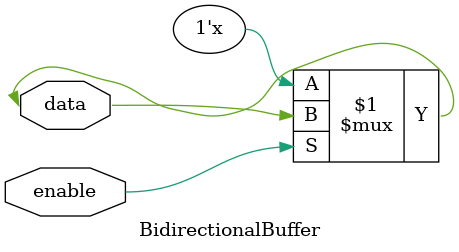
<source format=v>
module BidirectionalBuffer (
  input wire enable,
  inout wire data
);
  assign data = enable ? data : 1'bz; // Tri-state buffer logic
endmodule

</source>
